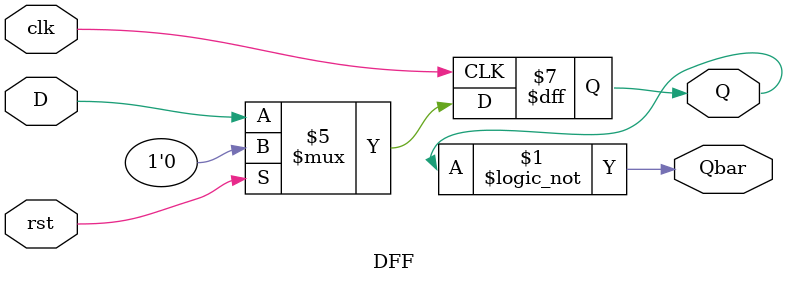
<source format=sv>
module DFF(output Q,Qbar, input D,clk,rst);
  reg Q,Qbar;
  assign Qbar=!Q;
  always @(negedge clk) 
  begin
    if(rst==1)
      Q <= 0; 
    else 
      Q <= D; 
  end
endmodule 
</source>
